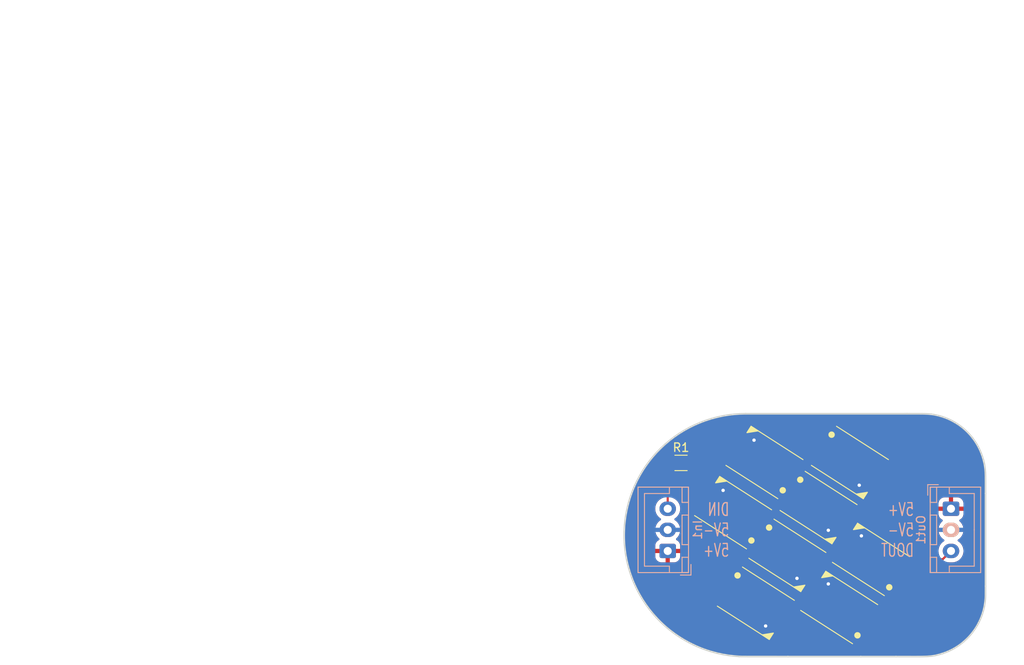
<source format=kicad_pcb>
(kicad_pcb (version 20221018) (generator pcbnew)
  (layers (0 "F.Cu" signal) (31 "B.Cu" signal) (34 "B.Paste" user) (35 "F.Paste" user) (36 "B.SilkS" user "B.Silkscreen") (37 "F.SilkS" user "F.Silkscreen") (38 "B.Mask" user) (39 "F.Mask" user) (44 "Edge.Cuts" user))
  (net 0 "")
  (net 1 "/VSS")
  (net 2 "/VDD")
  (net 3 "Net-(D1-DOUT)")
  (net 4 "Net-(D2-DOUT)")
  (net 5 "Net-(D3-DOUT)")
  (net 6 "Net-(D4-DOUT)")
  (net 7 "Net-(D5-DOUT)")
  (net 8 "Net-(D6-DOUT)")
  (net 9 "Net-(D7-DOUT)")
  (net 10 "Net-(D8-DOUT)")
  (net 11 "Net-(D1-DIN)")
  (net 12 "Net-(In1-Pin_3)")
  (footprint "Voron Footprints:LED_WS2812B_PLCC4_5.0x5.0mm_P3.2mm" (layer "F.Cu") (at 118.1228 84.9884 147.3)
    (fp_text reference "D2")
    (fp_text value "WS2812B")
    (fp_line (start -3.65 -2.75) (end 3.65 -2.75) (stroke (width 0.12)) (layer "F.SilkS"))
    (fp_line (start -3.65 2.75) (end 3.65 2.75) (stroke (width 0.12)) (layer "F.SilkS"))
    (fp_circle (center -3.6 -1.6) (end -3.279844 -1.6) (stroke (width 0.12)) (fill solid) (layer "F.SilkS"))
    (fp_poly (pts (xy 3.65 2.75) (xy 2.65 2.7432) (xy 3.65 1.85)) (stroke (width 0.12)) (fill solid) (layer "F.SilkS"))
    (pad "1" smd rect (at -2.45 -1.6 147.3) (size 1.5 1) (layers "F.Cu" "F.Paste" "F.Mask") (net 2 "/VDD"))
    (pad "2" smd rect (at -2.45 1.6 147.3) (size 1.5 1) (layers "F.Cu" "F.Paste" "F.Mask") (net 4 "Net-(D2-DOUT)"))
    (pad "3" smd rect (at 2.45 1.6 147.3) (size 1.5 1) (layers "F.Cu" "F.Paste" "F.Mask") (net 1 "/VSS"))
    (pad "4" smd rect (at 2.45 -1.6 147.3) (size 1.5 1) (layers "F.Cu" "F.Paste" "F.Mask") (net 3 "Net-(D1-DOUT)"))
  )
  (footprint "Voron Footprints:LED_WS2812B_PLCC4_5.0x5.0mm_P3.2mm" (layer "F.Cu") (at 128.232 84.9884 -32.7)
    (fp_text reference "D3")
    (fp_text value "WS2812B")
    (fp_line (start -3.65 -2.75) (end 3.65 -2.75) (stroke (width 0.12)) (layer "F.SilkS"))
    (fp_line (start -3.65 2.75) (end 3.65 2.75) (stroke (width 0.12)) (layer "F.SilkS"))
    (fp_circle (center -3.6 -1.6) (end -3.279844 -1.6) (stroke (width 0.12)) (fill solid) (layer "F.SilkS"))
    (fp_poly (pts (xy 3.65 2.75) (xy 2.65 2.7432) (xy 3.65 1.85)) (stroke (width 0.12)) (fill solid) (layer "F.SilkS"))
    (pad "1" smd rect (at -2.45 -1.6 327.3) (size 1.5 1) (layers "F.Cu" "F.Paste" "F.Mask") (net 2 "/VDD"))
    (pad "2" smd rect (at -2.45 1.6 327.3) (size 1.5 1) (layers "F.Cu" "F.Paste" "F.Mask") (net 5 "Net-(D3-DOUT)"))
    (pad "3" smd rect (at 2.45 1.6 327.3) (size 1.5 1) (layers "F.Cu" "F.Paste" "F.Mask") (net 1 "/VSS"))
    (pad "4" smd rect (at 2.45 -1.6 327.3) (size 1.5 1) (layers "F.Cu" "F.Paste" "F.Mask") (net 4 "Net-(D2-DOUT)"))
  )
  (footprint "Voron Footprints:LED_WS2812B_PLCC4_5.0x5.0mm_P3.2mm" (layer "F.Cu") (at 117.1068 101.6508 -32.7)
    (fp_text reference "D6")
    (fp_text value "WS2812B")
    (fp_line (start -3.65 -2.75) (end 3.65 -2.75) (stroke (width 0.12)) (layer "F.SilkS"))
    (fp_line (start -3.65 2.75) (end 3.65 2.75) (stroke (width 0.12)) (layer "F.SilkS"))
    (fp_circle (center -3.6 -1.6) (end -3.279844 -1.6) (stroke (width 0.12)) (fill solid) (layer "F.SilkS"))
    (fp_poly (pts (xy 3.65 2.75) (xy 2.65 2.7432) (xy 3.65 1.85)) (stroke (width 0.12)) (fill solid) (layer "F.SilkS"))
    (pad "1" smd rect (at -2.45 -1.6 327.3) (size 1.5 1) (layers "F.Cu" "F.Paste" "F.Mask") (net 2 "/VDD"))
    (pad "2" smd rect (at -2.45 1.6 327.3) (size 1.5 1) (layers "F.Cu" "F.Paste" "F.Mask") (net 8 "Net-(D6-DOUT)"))
    (pad "3" smd rect (at 2.45 1.6 327.3) (size 1.5 1) (layers "F.Cu" "F.Paste" "F.Mask") (net 1 "/VSS"))
    (pad "4" smd rect (at 2.45 -1.6 327.3) (size 1.5 1) (layers "F.Cu" "F.Paste" "F.Mask") (net 7 "Net-(D5-DOUT)"))
  )
  (footprint "Voron Footprints:LED_WS2812B_PLCC4_5.0x5.0mm_P3.2mm" (layer "F.Cu") (at 126.962 102.1588 147.3)
    (fp_text reference "D7")
    (fp_text value "WS2812B")
    (fp_line (start -3.65 -2.75) (end 3.65 -2.75) (stroke (width 0.12)) (layer "F.SilkS"))
    (fp_line (start -3.65 2.75) (end 3.65 2.75) (stroke (width 0.12)) (layer "F.SilkS"))
    (fp_circle (center -3.6 -1.6) (end -3.279844 -1.6) (stroke (width 0.12)) (fill solid) (layer "F.SilkS"))
    (fp_poly (pts (xy 3.65 2.75) (xy 2.65 2.7432) (xy 3.65 1.85)) (stroke (width 0.12)) (fill solid) (layer "F.SilkS"))
    (pad "1" smd rect (at -2.45 -1.6 147.3) (size 1.5 1) (layers "F.Cu" "F.Paste" "F.Mask") (net 2 "/VDD"))
    (pad "2" smd rect (at -2.45 1.6 147.3) (size 1.5 1) (layers "F.Cu" "F.Paste" "F.Mask") (net 9 "Net-(D7-DOUT)"))
    (pad "3" smd rect (at 2.45 1.6 147.3) (size 1.5 1) (layers "F.Cu" "F.Paste" "F.Mask") (net 1 "/VSS"))
    (pad "4" smd rect (at 2.45 -1.6 147.3) (size 1.5 1) (layers "F.Cu" "F.Paste" "F.Mask") (net 8 "Net-(D6-DOUT)"))
  )
  (footprint "Voron Footprints:LED_WS2812B_PLCC4_5.0x5.0mm_P3.2mm" (layer "F.Cu") (at 130.7212 96.4692 147.3)
    (fp_text reference "D8")
    (fp_text value "WS2812B")
    (fp_line (start -3.65 -2.75) (end 3.65 -2.75) (stroke (width 0.12)) (layer "F.SilkS"))
    (fp_line (start -3.65 2.75) (end 3.65 2.75) (stroke (width 0.12)) (layer "F.SilkS"))
    (fp_circle (center -3.6 -1.6) (end -3.279844 -1.6) (stroke (width 0.12)) (fill solid) (layer "F.SilkS"))
    (fp_poly (pts (xy 3.65 2.75) (xy 2.65 2.7432) (xy 3.65 1.85)) (stroke (width 0.12)) (fill solid) (layer "F.SilkS"))
    (pad "1" smd rect (at -2.45 -1.6 147.3) (size 1.5 1) (layers "F.Cu" "F.Paste" "F.Mask") (net 2 "/VDD"))
    (pad "2" smd rect (at -2.45 1.6 147.3) (size 1.5 1) (layers "F.Cu" "F.Paste" "F.Mask") (net 10 "Net-(D8-DOUT)"))
    (pad "3" smd rect (at 2.45 1.6 147.3) (size 1.5 1) (layers "F.Cu" "F.Paste" "F.Mask") (net 1 "/VSS"))
    (pad "4" smd rect (at 2.45 -1.6 147.3) (size 1.5 1) (layers "F.Cu" "F.Paste" "F.Mask") (net 9 "Net-(D7-DOUT)"))
  )
  (footprint "Voron Footprints:LED_WS2812B_PLCC4_5.0x5.0mm_P3.2mm" (layer "F.Cu") (at 120.837083 95.983594 -32.7)
    (fp_text reference "D5")
    (fp_text value "WS2812B")
    (fp_line (start -3.65 -2.75) (end 3.65 -2.75) (stroke (width 0.12)) (layer "F.SilkS"))
    (fp_line (start -3.65 2.75) (end 3.65 2.75) (stroke (width 0.12)) (layer "F.SilkS"))
    (fp_circle (center -3.6 -1.6) (end -3.279844 -1.6) (stroke (width 0.12)) (fill solid) (layer "F.SilkS"))
    (fp_poly (pts (xy 3.65 2.75) (xy 2.65 2.7432) (xy 3.65 1.85)) (stroke (width 0.12)) (fill solid) (layer "F.SilkS"))
    (pad "1" smd rect (at -2.45 -1.6 327.3) (size 1.5 1) (layers "F.Cu" "F.Paste" "F.Mask") (net 2 "/VDD"))
    (pad "2" smd rect (at -2.45 1.6 327.3) (size 1.5 1) (layers "F.Cu" "F.Paste" "F.Mask") (net 7 "Net-(D5-DOUT)"))
    (pad "3" smd rect (at 2.45 1.6 327.3) (size 1.5 1) (layers "F.Cu" "F.Paste" "F.Mask") (net 1 "/VSS"))
    (pad "4" smd rect (at 2.45 -1.6 327.3) (size 1.5 1) (layers "F.Cu" "F.Paste" "F.Mask") (net 6 "Net-(D4-DOUT)"))
  )
  (footprint "Resistor_SMD:R_1206_3216Metric" (layer "F.Cu") (at 108.2548 85.0392)
    (fp_text reference "R1" (at 0 -1.82) (layer "F.SilkS"))
    (fp_text value "R")
    (fp_line (start -0.727064 -0.91) (end 0.727064 -0.91) (stroke (width 0.12)) (layer "F.SilkS"))
    (fp_line (start -0.727064 0.91) (end 0.727064 0.91) (stroke (width 0.12)) (layer "F.SilkS"))
    (pad "1" smd roundrect (at -1.4625 0) (size 1.125 1.75) (layers "F.Cu" "F.Paste" "F.Mask") (roundrect_rratio 0.2222222222) (net 12 "Net-(In1-Pin_3)"))
    (pad "2" smd roundrect (at 1.4625 0) (size 1.125 1.75) (layers "F.Cu" "F.Paste" "F.Mask") (roundrect_rratio 0.2222222222) (net 11 "Net-(D1-DIN)"))
  )
  (footprint "Voron Footprints:LED_WS2812B_PLCC4_5.0x5.0mm_P3.2mm" (layer "F.Cu") (at 124.5236 90.3224 -32.7)
    (fp_text reference "D4")
    (fp_text value "WS2812B")
    (fp_line (start -3.65 -2.75) (end 3.65 -2.75) (stroke (width 0.12)) (layer "F.SilkS"))
    (fp_line (start -3.65 2.75) (end 3.65 2.75) (stroke (width 0.12)) (layer "F.SilkS"))
    (fp_circle (center -3.6 -1.6) (end -3.279844 -1.6) (stroke (width 0.12)) (fill solid) (layer "F.SilkS"))
    (fp_poly (pts (xy 3.65 2.75) (xy 2.65 2.7432) (xy 3.65 1.85)) (stroke (width 0.12)) (fill solid) (layer "F.SilkS"))
    (pad "1" smd rect (at -2.45 -1.6 327.3) (size 1.5 1) (layers "F.Cu" "F.Paste" "F.Mask") (net 2 "/VDD"))
    (pad "2" smd rect (at -2.45 1.6 327.3) (size 1.5 1) (layers "F.Cu" "F.Paste" "F.Mask") (net 6 "Net-(D4-DOUT)"))
    (pad "3" smd rect (at 2.45 1.6 327.3) (size 1.5 1) (layers "F.Cu" "F.Paste" "F.Mask") (net 1 "/VSS"))
    (pad "4" smd rect (at 2.45 -1.6 327.3) (size 1.5 1) (layers "F.Cu" "F.Paste" "F.Mask") (net 5 "Net-(D3-DOUT)"))
  )
  (footprint "Voron Footprints:LED_WS2812B_PLCC4_5.0x5.0mm_P3.2mm" (layer "F.Cu") (at 114.4144 90.932 147.3)
    (fp_text reference "D1")
    (fp_text value "WS2812B")
    (fp_line (start -3.65 -2.75) (end 3.65 -2.75) (stroke (width 0.12)) (layer "F.SilkS"))
    (fp_line (start -3.65 2.75) (end 3.65 2.75) (stroke (width 0.12)) (layer "F.SilkS"))
    (fp_circle (center -3.6 -1.6) (end -3.279844 -1.6) (stroke (width 0.12)) (fill solid) (layer "F.SilkS"))
    (fp_poly (pts (xy 3.65 2.75) (xy 2.65 2.7432) (xy 3.65 1.85)) (stroke (width 0.12)) (fill solid) (layer "F.SilkS"))
    (pad "1" smd rect (at -2.45 -1.6 147.3) (size 1.5 1) (layers "F.Cu" "F.Paste" "F.Mask") (net 2 "/VDD"))
    (pad "2" smd rect (at -2.45 1.6 147.3) (size 1.5 1) (layers "F.Cu" "F.Paste" "F.Mask") (net 3 "Net-(D1-DOUT)"))
    (pad "3" smd rect (at 2.45 1.6 147.3) (size 1.5 1) (layers "F.Cu" "F.Paste" "F.Mask") (net 1 "/VSS"))
    (pad "4" smd rect (at 2.45 -1.6 147.3) (size 1.5 1) (layers "F.Cu" "F.Paste" "F.Mask") (net 11 "Net-(D1-DIN)"))
  )
  (footprint "Connector_JST:JST_XH_B3B-XH-A_1x03_P2.50mm_Vertical" (layer "B.Cu") (at 140.191 90.464 -90)
    (fp_text reference "Out1" (at 2.5 3.55 90) (layer "B.SilkS") (effects (justify mirror)))
    (fp_text value "Conn_01x03_Socket")
    (fp_line (start -2.85 2.75) (end -2.85 1.5) (stroke (width 0.12)) (layer "B.SilkS"))
    (fp_line (start -2.56 -3.51) (end 7.56 -3.51) (stroke (width 0.12)) (layer "B.SilkS"))
    (fp_line (start -2.56 2.46) (end -2.56 -3.51) (stroke (width 0.12)) (layer "B.SilkS"))
    (fp_line (start -2.55 0.2) (end -1.8 0.2) (stroke (width 0.12)) (layer "B.SilkS"))
    (fp_line (start -2.55 1.7) (end -0.75 1.7) (stroke (width 0.12)) (layer "B.SilkS"))
    (fp_line (start -2.55 2.45) (end -2.55 1.7) (stroke (width 0.12)) (layer "B.SilkS"))
    (fp_line (start -1.8 -2.75) (end 2.5 -2.75) (stroke (width 0.12)) (layer "B.SilkS"))
    (fp_line (start -1.8 0.2) (end -1.8 -2.75) (stroke (width 0.12)) (layer "B.SilkS"))
    (fp_line (start -1.6 2.75) (end -2.85 2.75) (stroke (width 0.12)) (layer "B.SilkS"))
    (fp_line (start -0.75 1.7) (end -0.75 2.45) (stroke (width 0.12)) (layer "B.SilkS"))
    (fp_line (start -0.75 2.45) (end -2.55 2.45) (stroke (width 0.12)) (layer "B.SilkS"))
    (fp_line (start 0.75 1.7) (end 4.25 1.7) (stroke (width 0.12)) (layer "B.SilkS"))
    (fp_line (start 0.75 2.45) (end 0.75 1.7) (stroke (width 0.12)) (layer "B.SilkS"))
    (fp_line (start 4.25 1.7) (end 4.25 2.45) (stroke (width 0.12)) (layer "B.SilkS"))
    (fp_line (start 4.25 2.45) (end 0.75 2.45) (stroke (width 0.12)) (layer "B.SilkS"))
    (fp_line (start 5.75 1.7) (end 7.55 1.7) (stroke (width 0.12)) (layer "B.SilkS"))
    (fp_line (start 5.75 2.45) (end 5.75 1.7) (stroke (width 0.12)) (layer "B.SilkS"))
    (fp_line (start 6.8 -2.75) (end 2.5 -2.75) (stroke (width 0.12)) (layer "B.SilkS"))
    (fp_line (start 6.8 0.2) (end 6.8 -2.75) (stroke (width 0.12)) (layer "B.SilkS"))
    (fp_line (start 7.55 0.2) (end 6.8 0.2) (stroke (width 0.12)) (layer "B.SilkS"))
    (fp_line (start 7.55 1.7) (end 7.55 2.45) (stroke (width 0.12)) (layer "B.SilkS"))
    (fp_line (start 7.55 2.45) (end 5.75 2.45) (stroke (width 0.12)) (layer "B.SilkS"))
    (fp_line (start 7.56 -3.51) (end 7.56 2.46) (stroke (width 0.12)) (layer "B.SilkS"))
    (fp_line (start 7.56 2.46) (end -2.56 2.46) (stroke (width 0.12)) (layer "B.SilkS"))
    (pad "1" thru_hole roundrect (at 0 0 270) (size 1.7 1.95) (drill 0.95) (layers "*.Cu" "*.Mask") (roundrect_rratio 0.1470588235) (net 2 "/VDD"))
    (pad "2" thru_hole oval (at 2.5 0 270) (size 1.7 1.95) (drill 0.95) (layers "*.Cu" "*.SilkS" "*.Mask") (net 1 "/VSS"))
    (pad "3" thru_hole oval (at 5 0 270) (size 1.7 1.95) (drill 0.95) (layers "*.Cu" "*.Mask") (net 10 "Net-(D8-DOUT)"))
  )
  (footprint "Connector_JST:JST_XH_B3B-XH-A_1x03_P2.50mm_Vertical" (layer "B.Cu") (at 106.68 95.464 90)
    (fp_text reference "In1" (at 2.5 3.55 90) (layer "B.SilkS") (effects (justify mirror)))
    (fp_text value "Conn_01x03_Socket")
    (fp_line (start -2.85 2.75) (end -2.85 1.5) (stroke (width 0.12)) (layer "B.SilkS"))
    (fp_line (start -2.56 -3.51) (end 7.56 -3.51) (stroke (width 0.12)) (layer "B.SilkS"))
    (fp_line (start -2.56 2.46) (end -2.56 -3.51) (stroke (width 0.12)) (layer "B.SilkS"))
    (fp_line (start -2.55 0.2) (end -1.8 0.2) (stroke (width 0.12)) (layer "B.SilkS"))
    (fp_line (start -2.55 1.7) (end -0.75 1.7) (stroke (width 0.12)) (layer "B.SilkS"))
    (fp_line (start -2.55 2.45) (end -2.55 1.7) (stroke (width 0.12)) (layer "B.SilkS"))
    (fp_line (start -1.8 -2.75) (end 2.5 -2.75) (stroke (width 0.12)) (layer "B.SilkS"))
    (fp_line (start -1.8 0.2) (end -1.8 -2.75) (stroke (width 0.12)) (layer "B.SilkS"))
    (fp_line (start -1.6 2.75) (end -2.85 2.75) (stroke (width 0.12)) (layer "B.SilkS"))
    (fp_line (start -0.75 1.7) (end -0.75 2.45) (stroke (width 0.12)) (layer "B.SilkS"))
    (fp_line (start -0.75 2.45) (end -2.55 2.45) (stroke (width 0.12)) (layer "B.SilkS"))
    (fp_line (start 0.75 1.7) (end 4.25 1.7) (stroke (width 0.12)) (layer "B.SilkS"))
    (fp_line (start 0.75 2.45) (end 0.75 1.7) (stroke (width 0.12)) (layer "B.SilkS"))
    (fp_line (start 4.25 1.7) (end 4.25 2.45) (stroke (width 0.12)) (layer "B.SilkS"))
    (fp_line (start 4.25 2.45) (end 0.75 2.45) (stroke (width 0.12)) (layer "B.SilkS"))
    (fp_line (start 5.75 1.7) (end 7.55 1.7) (stroke (width 0.12)) (layer "B.SilkS"))
    (fp_line (start 5.75 2.45) (end 5.75 1.7) (stroke (width 0.12)) (layer "B.SilkS"))
    (fp_line (start 6.8 -2.75) (end 2.5 -2.75) (stroke (width 0.12)) (layer "B.SilkS"))
    (fp_line (start 6.8 0.2) (end 6.8 -2.75) (stroke (width 0.12)) (layer "B.SilkS"))
    (fp_line (start 7.55 0.2) (end 6.8 0.2) (stroke (width 0.12)) (layer "B.SilkS"))
    (fp_line (start 7.55 1.7) (end 7.55 2.45) (stroke (width 0.12)) (layer "B.SilkS"))
    (fp_line (start 7.55 2.45) (end 5.75 2.45) (stroke (width 0.12)) (layer "B.SilkS"))
    (fp_line (start 7.56 -3.51) (end 7.56 2.46) (stroke (width 0.12)) (layer "B.SilkS"))
    (fp_line (start 7.56 2.46) (end -2.56 2.46) (stroke (width 0.12)) (layer "B.SilkS"))
    (pad "1" thru_hole roundrect (at 0 0 90) (size 1.7 1.95) (drill 0.95) (layers "*.Cu" "*.Mask") (roundrect_rratio 0.1470588235) (net 2 "/VDD"))
    (pad "2" thru_hole oval (at 2.5 0 90) (size 1.7 1.95) (drill 0.95) (layers "*.Cu" "*.Mask") (net 1 "/VSS"))
    (pad "3" thru_hole oval (at 5 0 90) (size 1.7 1.95) (drill 0.95) (layers "*.Cu" "*.Mask") (net 12 "Net-(In1-Pin_3)"))
  )
  (gr_curve (pts (xy 134.982428 79.220625) (xy 137.026347 79.220649) (xy 137.395475 79.220678) (xy 137.889318 79.287679)) (stroke (width 0.2)) (layer "Edge.Cuts"))
  (gr_curve (pts (xy 144.272 88.646) (xy 144.271998 92.307956) (xy 144.27201 95.969913) (xy 144.271984 99.63187)) (stroke (width 0.2)) (layer "Edge.Cuts"))
  (gr_curve (pts (xy 115.137759 107.941362) (xy 113.495758 107.853201) (xy 111.646716 107.471439) (xy 109.784871 106.59467)) (stroke (width 0.2)) (layer "Edge.Cuts"))
  (gr_curve (pts (xy 139.184167 107.599104) (xy 137.845151 108.034053) (xy 137.436761 107.961552) (xy 133.683611 107.961576)) (stroke (width 0.2)) (layer "Edge.Cuts"))
  (gr_curve (pts (xy 133.683611 107.961576) (xy 132.056257 107.961586) (xy 130.956025 107.961596) (xy 129.514182 107.961613)) (stroke (width 0.2)) (layer "Edge.Cuts"))
  (gr_curve (pts (xy 129.514182 107.961613) (xy 126.648136 107.961647) (xy 123.216213 107.961706) (xy 120.901674 107.961749)) (stroke (width 0.2)) (layer "Edge.Cuts"))
  (gr_curve (pts (xy 144.241694 101.254748) (xy 144.182966 101.899409) (xy 144.012484 102.884066) (xy 143.452611 103.968328)) (stroke (width 0.2)) (layer "Edge.Cuts"))
  (gr_curve (pts (xy 142.741516 82.094725) (xy 143.135326 82.607049) (xy 143.695828 83.462519) (xy 144.022803 84.692219)) (stroke (width 0.2)) (layer "Edge.Cuts"))
  (gr_curve (pts (xy 140.583146 80.206327) (xy 141.179502 80.550539) (xy 141.999424 81.129305) (xy 142.741516 82.094725)) (stroke (width 0.2)) (layer "Edge.Cuts"))
  (gr_curve (pts (xy 143.452611 103.968328) (xy 143.153649 104.547304) (xy 142.620821 105.401204) (xy 141.687411 106.196676)) (stroke (width 0.2)) (layer "Edge.Cuts"))
  (gr_curve (pts (xy 144.022803 84.692219) (xy 144.307782 85.763974) (xy 144.272 86.233679) (xy 144.272 88.646)) (stroke (width 0.2)) (layer "Edge.Cuts"))
  (gr_curve (pts (xy 105.341963 103.338474) (xy 104.186892 102.085699) (xy 103.147392 100.508035) (xy 102.445546 98.63495)) (stroke (width 0.2)) (layer "Edge.Cuts"))
  (gr_curve (pts (xy 120.901674 107.961749) (xy 115.805246 107.961844) (xy 115.519776 107.961873) (xy 115.137759 107.941362)) (stroke (width 0.2)) (layer "Edge.Cuts"))
  (gr_curve (pts (xy 101.537039 93.188738) (xy 101.589598 91.346569) (xy 101.99917 89.508964) (xy 102.743983 87.813369)) (stroke (width 0.2)) (layer "Edge.Cuts"))
  (gr_curve (pts (xy 102.445546 98.63495) (xy 101.833551 97.001655) (xy 101.480964 95.154116) (xy 101.537039 93.188738)) (stroke (width 0.2)) (layer "Edge.Cuts"))
  (gr_curve (pts (xy 110.494853 80.276714) (xy 112.206836 79.581562) (xy 114.05478 79.220672) (xy 115.901618 79.220684)) (stroke (width 0.2)) (layer "Edge.Cuts"))
  (gr_curve (pts (xy 141.687411 106.196676) (xy 141.207382 106.605767) (xy 140.382603 107.20982) (xy 139.184167 107.599104)) (stroke (width 0.2)) (layer "Edge.Cuts"))
  (gr_curve (pts (xy 105.880473 83.29099) (xy 107.205117 82.002569) (xy 108.781582 80.972389) (xy 110.494853 80.276714)) (stroke (width 0.2)) (layer "Edge.Cuts"))
  (gr_curve (pts (xy 109.784871 106.59467) (xy 108.304502 105.897543) (xy 106.736663 104.851148) (xy 105.341963 103.338474)) (stroke (width 0.2)) (layer "Edge.Cuts"))
  (gr_curve (pts (xy 102.743983 87.813369) (xy 103.485184 86.125997) (xy 104.555903 84.579339) (xy 105.880473 83.29099)) (stroke (width 0.2)) (layer "Edge.Cuts"))
  (gr_curve (pts (xy 115.901618 79.220684) (xy 121.883701 79.220677) (xy 129.007855 79.220553) (xy 134.982428 79.220625)) (stroke (width 0.2)) (layer "Edge.Cuts"))
  (gr_curve (pts (xy 144.271984 99.63187) (xy 144.271977 100.674543) (xy 144.271977 100.922331) (xy 144.241694 101.254748)) (stroke (width 0.2)) (layer "Edge.Cuts"))
  (gr_curve (pts (xy 137.889318 79.287679) (xy 138.561364 79.378859) (xy 139.531058 79.599069) (xy 140.583146 80.206327)) (stroke (width 0.2)) (layer "Edge.Cuts"))
  (gr_text "DIN\n5V-\n5V+" (at 114.046 96.266) (layer "B.SilkS") (effects (font (size 1.5 1)) (justify left bottom mirror)))
  (gr_text "5V+\n5V-\nDOUT" (at 135.89 96.266) (layer "B.SilkS") (effects (font (size 1.5 1)) (justify left bottom mirror)))
  (via (at 129.5908 93.6752) (size 0.8) (drill 0.4) (layers "F.Cu" "B.Cu") (net 1))
  (via (at 118.2624 104.3432) (size 0.8) (drill 0.4) (layers "F.Cu" "B.Cu") (net 1))
  (via (at 121.9708 98.7044) (size 0.8) (drill 0.4) (layers "F.Cu" "B.Cu") (net 1))
  (via (at 125.6792 93.0148) (size 0.8) (drill 0.4) (layers "F.Cu" "B.Cu") (net 1))
  (via (at 129.3368 87.6808) (size 0.8) (drill 0.4) (layers "F.Cu" "B.Cu") (net 1))
  (via (at 113.2332 88.2904) (size 0.8) (drill 0.4) (layers "F.Cu" "B.Cu") (net 1))
  (via (at 125.6792 99.3648) (size 0.8) (drill 0.4) (layers "F.Cu" "B.Cu") (net 1))
  (via (at 116.8908 82.3468) (size 0.8) (drill 0.4) (layers "F.Cu" "B.Cu") (net 1))
  (segment (start 115.196714 88.7654) (end 115.196714 85.011228) (width 0.25) (layer "F.Cu") (net 3))
  (segment (start 117.340486 90.909172) (end 115.196714 88.7654) (width 0.25) (layer "F.Cu") (net 3))
  (segment (start 127.434372 84.965572) (end 131.158086 84.965572) (width 0.25) (layer "F.Cu") (net 4))
  (segment (start 123.159658 82.8548) (end 125.3236 82.8548) (width 0.25) (layer "F.Cu") (net 4))
  (segment (start 125.3236 82.8548) (end 127.434372 84.965572) (width 0.25) (layer "F.Cu") (net 4))
  (segment (start 121.048886 84.965572) (end 123.159658 82.8548) (width 0.25) (layer "F.Cu") (net 4))
  (segment (start 125.305914 85.011228) (end 127.449686 87.155) (width 0.25) (layer "F.Cu") (net 5))
  (segment (start 127.449686 87.155) (end 127.449686 90.299572) (width 0.25) (layer "F.Cu") (net 5))
  (segment (start 121.597514 90.345228) (end 123.763169 92.510883) (width 0.25) (layer "F.Cu") (net 6))
  (segment (start 123.763169 92.510883) (end 123.763169 95.960766) (width 0.25) (layer "F.Cu") (net 6))
  (segment (start 120.032886 98.128311) (end 120.032886 101.627972) (width 0.25) (layer "F.Cu") (net 7))
  (segment (start 117.910997 96.006422) (end 120.032886 98.128311) (width 0.25) (layer "F.Cu") (net 7))
  (segment (start 114.180714 101.673628) (end 115.285994 102.778908) (width 0.25) (layer "F.Cu") (net 8))
  (segment (start 115.285994 102.778908) (end 123.438634 102.778908) (width 0.25) (layer "F.Cu") (net 8))
  (segment (start 123.438634 102.778908) (end 124.035914 102.181628) (width 0.25) (layer "F.Cu") (net 8))
  (segment (start 127.795114 100.043) (end 127.795114 96.492028) (width 0.25) (layer "F.Cu") (net 9))
  (segment (start 129.888086 102.135972) (end 127.795114 100.043) (width 0.25) (layer "F.Cu") (net 9))
  (segment (start 133.647286 96.446372) (end 139.208628 96.446372) (width 0.25) (layer "F.Cu") (net 10))
  (segment (start 139.208628 96.446372) (end 140.191 95.464) (width 0.25) (layer "F.Cu") (net 10))
  (segment (start 109.7173 89.183814) (end 111.488314 90.954828) (width 0.25) (layer "F.Cu") (net 11))
  (segment (start 109.7173 85.0392) (end 109.7173 89.183814) (width 0.25) (layer "F.Cu") (net 11))
  (segment (start 106.68 85.1515) (end 106.7923 85.0392) (width 0.25) (layer "F.Cu") (net 12))
  (segment (start 106.68 90.464) (end 106.68 85.1515) (width 0.25) (layer "F.Cu") (net 12))
  (zone (net 2) (net_name "/VDD") (layer "F.Cu") (connect_pads (clearance 0.5)) (min_thickness 0.25) (fill yes (thermal_gap 0.5) (thermal_bridge_width 0.5))
    (polygon (pts (xy 144.78 108.204) (xy 145.034 77.978) (xy 99.822 78.232) (xy 101.854 108.966)))
  )
  (zone (net 1) (net_name "/VSS") (layer "B.Cu") (priority 1) (connect_pads (clearance 0.5)) (min_thickness 0.25) (fill yes (thermal_gap 0.5) (thermal_bridge_width 0.5))
    (polygon (pts (xy 99.314 107.95) (xy 148.844 108.966) (xy 148.59 77.978) (xy 99.314 77.724)))
  )
)
</source>
